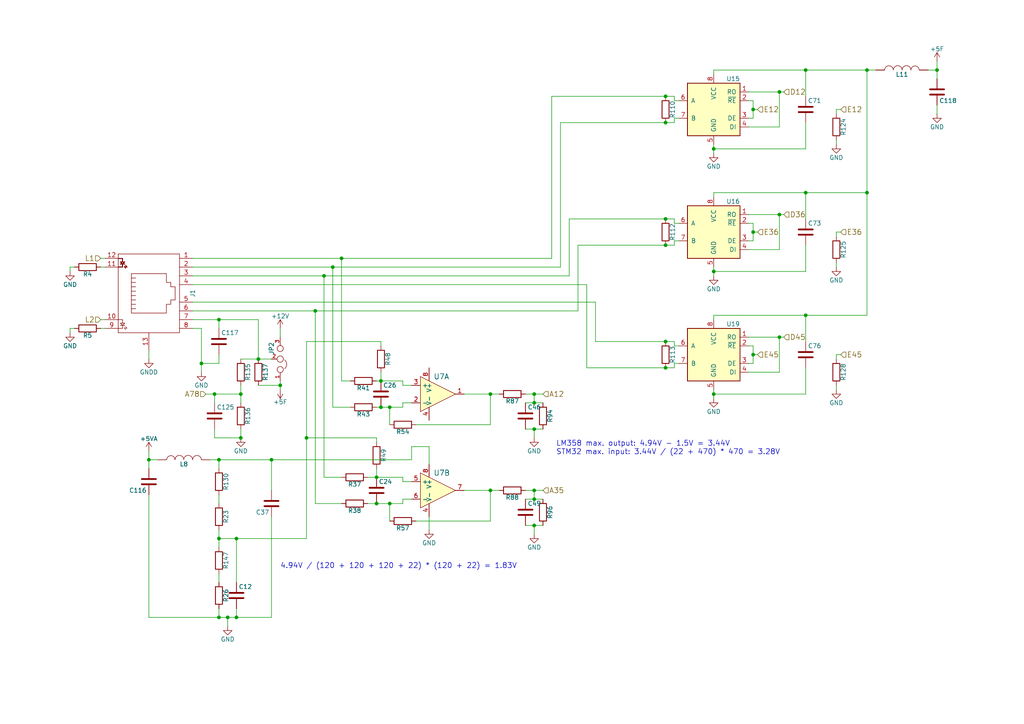
<source format=kicad_sch>
(kicad_sch (version 20211123) (generator eeschema)
  (paper "A4")
  (lib_symbols
    (symbol "stmbl_4.0-rescue:+12V-stmbl" (power) (pin_names (offset 0))
      (property "Value" "+12V-stmbl" (at 0 3.556 0))
      (symbol "+12V-stmbl_0_1"
        (polyline (pts (xy -0.762 1.27) (xy 0 2.54)))
        (polyline (pts (xy 0 0) (xy 0 2.54)))
        (polyline (pts (xy 0 2.54) (xy 0.762 1.27)))
      )
      (symbol "+12V-stmbl_1_1"
        (pin power_in line (at 0 0 90) (length 0) hide (name "+12V") (number "1"))
      )
    )
    (symbol "stmbl_4.0-rescue:+5F-stmbl" (power) (pin_names (offset 0))
      (property "Value" "+5F-stmbl" (at 0 3.556 0))
      (symbol "+5F-stmbl_0_1"
        (polyline (pts (xy -0.762 1.27) (xy 0 2.54)))
        (polyline (pts (xy 0 0) (xy 0 2.54)))
        (polyline (pts (xy 0 2.54) (xy 0.762 1.27)))
      )
      (symbol "+5F-stmbl_1_1"
        (pin power_in line (at 0 0 90) (length 0) hide (name "+5F") (number "1"))
      )
    )
    (symbol "stmbl_4.0-rescue:+5VA-stmbl" (power) (pin_names (offset 0))
      (property "Value" "+5VA-stmbl" (at 0 3.556 0))
      (symbol "+5VA-stmbl_0_1"
        (polyline (pts (xy -0.762 1.27) (xy 0 2.54)))
        (polyline (pts (xy 0 0) (xy 0 2.54)))
        (polyline (pts (xy 0 2.54) (xy 0.762 1.27)))
      )
      (symbol "+5VA-stmbl_1_1"
        (pin power_in line (at 0 0 90) (length 0) hide (name "+5VA") (number "1"))
      )
    )
    (symbol "stmbl_4.0-rescue:C-stmbl" (pin_numbers hide) (pin_names (offset 0.254))
      (property "Reference" "C" (at 0.635 2.54 0))
      (property "Value" "C-stmbl" (at 0.635 -2.54 0))
      (symbol "C-stmbl_0_1"
        (polyline (pts (xy -2.032 -0.762) (xy 2.032 -0.762)) (stroke (width 0.508)))
        (polyline (pts (xy -2.032 0.762) (xy 2.032 0.762)) (stroke (width 0.508)))
      )
      (symbol "C-stmbl_1_1"
        (pin passive line (at 0 3.81 270) (length 2.794) (name "~") (number "1"))
        (pin passive line (at 0 -3.81 90) (length 2.794) (name "~") (number "2"))
      )
    )
    (symbol "stmbl_4.0-rescue:GND-stmbl" (power) (pin_names (offset 0))
      (property "Value" "GND-stmbl" (at 0 -3.81 0))
      (symbol "GND-stmbl_0_1"
        (polyline (pts (xy 0 0) (xy 0 -1.27) (xy 1.27 -1.27) (xy 0 -2.54) (xy -1.27 -1.27) (xy 0 -1.27)))
      )
      (symbol "GND-stmbl_1_1"
        (pin power_in line (at 0 0 270) (length 0) hide (name "GND") (number "1"))
      )
    )
    (symbol "stmbl_4.0-rescue:GNDD-stmbl" (power) (pin_names (offset 0))
      (property "Value" "GNDD-stmbl" (at 0 -3.81 0))
      (symbol "GNDD-stmbl_0_1"
        (polyline (pts (xy 0 0) (xy 0 -1.27) (xy 1.27 -1.27) (xy 0 -2.54) (xy -1.27 -1.27) (xy 0 -1.27)))
      )
      (symbol "GNDD-stmbl_1_1"
        (pin power_in line (at 0 0 270) (length 0) hide (name "GNDD") (number "1"))
      )
    )
    (symbol "stmbl_4.0-rescue:INDUCTOR-stmbl" (pin_numbers hide) (pin_names (offset 1.016) hide)
      (property "Reference" "L" (at -1.27 0 90))
      (property "Value" "INDUCTOR-stmbl" (at 2.54 0 90))
      (symbol "INDUCTOR-stmbl_0_1"
        (arc (start 0.0254 -5.0546) (mid 1.2449 -3.8097) (end 0.0254 -2.54))
        (arc (start 0.0254 -2.5146) (mid 1.2703 -1.2444) (end 0.0254 0.0508))
        (arc (start 0.0254 0.0254) (mid 1.2703 1.2956) (end 0.0254 2.5908))
        (arc (start 0.0254 2.5654) (mid 1.1941 3.7595) (end 0.0254 4.9784))
      )
      (symbol "INDUCTOR-stmbl_1_1"
        (pin passive line (at 0 7.62 270) (length 2.54) (name "1") (number "1"))
        (pin passive line (at 0 -7.62 90) (length 2.54) (name "2") (number "2"))
      )
    )
    (symbol "stmbl_4.0-rescue:JUMPER3_NC-stmbl" (pin_names (offset 0.762) hide)
      (property "Reference" "JP" (at 1.27 -2.54 0))
      (property "Value" "JUMPER3_NC-stmbl" (at 0 2.54 0))
      (symbol "JUMPER3_NC-stmbl_0_1"
        (circle (center -3.048 0) (radius 0.889))
        (arc (start -0.254 1.27) (mid -1.524 1.8804) (end -2.794 1.27))
        (circle (center 0 0) (radius 0.9144))
        (circle (center 3.048 0) (radius 0.889))
        (pin passive line (at -6.35 0 0) (length 2.413) (name "1") (number "1"))
        (pin passive line (at 0 -2.54 90) (length 1.524) (name "2") (number "2"))
        (pin passive line (at 6.35 0 180) (length 2.413) (name "3") (number "3"))
      )
    )
    (symbol "stmbl_4.0-rescue:LM358-stmbl"
      (property "Reference" "U" (at -1.27 5.08 0))
      (property "Value" "LM358-stmbl" (at -1.27 -6.35 0))
      (symbol "LM358-stmbl_0_1"
        (polyline (pts (xy -5.08 5.08) (xy 5.08 0) (xy -5.08 -5.08) (xy -5.08 5.08)) (stroke (width 0.1524)) (fill (type background)))
        (pin power_in line (at -2.54 -7.62 90) (length 3.81) (name "V-") (number "4"))
        (pin power_in line (at -2.54 7.62 270) (length 3.81) (name "V+") (number "8"))
      )
      (symbol "LM358-stmbl_1_1"
        (pin output line (at 7.62 0 180) (length 2.54) (name "~") (number "1"))
        (pin input line (at -7.62 -2.54 0) (length 2.54) (name "-") (number "2"))
        (pin input line (at -7.62 2.54 0) (length 2.54) (name "+") (number "3"))
      )
      (symbol "LM358-stmbl_2_1"
        (pin input line (at -7.62 2.54 0) (length 2.54) (name "+") (number "5"))
        (pin input line (at -7.62 -2.54 0) (length 2.54) (name "-") (number "6"))
        (pin output line (at 7.62 0 180) (length 2.54) (name "~") (number "7"))
      )
    )
    (symbol "stmbl_4.0-rescue:R-stmbl" (pin_numbers hide) (pin_names (offset 0))
      (property "Reference" "R" (at 2.032 0 90))
      (property "Value" "R-stmbl" (at 0 0 90))
      (symbol "R-stmbl_0_1"
        (rectangle (start -1.016 -2.54) (end 1.016 2.54) (stroke (width 0.254)))
      )
      (symbol "R-stmbl_1_1"
        (pin passive line (at 0 3.81 270) (length 1.27) (name "~") (number "1"))
        (pin passive line (at 0 -3.81 90) (length 1.27) (name "~") (number "2"))
      )
    )
    (symbol "stmbl_4.0-rescue:RJ45_LED-stmbl" (pin_names (offset 1.016))
      (property "Reference" "J" (at 0 -12.7 0))
      (property "Value" "RJ45_LED-stmbl" (at 0 10.16 0))
      (symbol "RJ45_LED-stmbl_0_1"
        (rectangle (start -11.43 -8.89) (end 11.43 8.89))
        (polyline (pts (xy 9.271 8.255) (xy 9.271 6.985)))
        (polyline (pts (xy -10.16 8.89) (xy -10.16 7.62) (xy -9.652 7.62)))
        (polyline (pts (xy -10.16 8.89) (xy -10.16 7.62) (xy -9.652 7.62)))
        (polyline (pts (xy -10.16 8.89) (xy -10.16 7.62) (xy -9.652 7.62)))
        (polyline (pts (xy -10.16 8.89) (xy -10.16 7.62) (xy -9.652 7.62)))
        (polyline (pts (xy -10.16 8.89) (xy -10.16 7.62) (xy -9.652 7.62)))
        (polyline (pts (xy -10.16 8.89) (xy -10.16 7.62) (xy -9.652 7.62)))
        (polyline (pts (xy -10.16 8.89) (xy -10.16 7.62) (xy -9.652 7.62)))
        (polyline (pts (xy -10.16 8.89) (xy -10.16 7.62) (xy -9.652 7.62)))
        (polyline (pts (xy -8.128 6.731) (xy -7.62 6.35) (xy -7.747 6.604)))
        (polyline (pts (xy -8.128 6.731) (xy -7.62 6.35) (xy -7.747 6.604)))
        (polyline (pts (xy -8.128 6.731) (xy -7.62 6.35) (xy -7.747 6.604)))
        (polyline (pts (xy -8.128 6.731) (xy -7.62 6.35) (xy -7.747 6.604)))
        (polyline (pts (xy -8.128 6.731) (xy -7.62 6.35) (xy -7.747 6.604)))
        (polyline (pts (xy -8.128 6.731) (xy -7.62 6.35) (xy -7.747 6.604)))
        (polyline (pts (xy -8.128 6.731) (xy -7.62 6.35) (xy -7.747 6.604)))
        (polyline (pts (xy -8.128 6.731) (xy -7.62 6.35) (xy -7.747 6.604)))
        (polyline (pts (xy -8.128 6.731) (xy -7.62 6.35) (xy -7.747 6.604)))
        (polyline (pts (xy -8.128 6.731) (xy -7.62 6.35) (xy -7.747 6.604)))
        (polyline (pts (xy -8.128 6.731) (xy -7.62 6.35) (xy -7.747 6.604)))
        (polyline (pts (xy -8.128 6.731) (xy -7.62 6.35) (xy -7.747 6.604)))
        (polyline (pts (xy -8.128 6.731) (xy -7.62 6.35) (xy -7.747 6.604)))
        (polyline (pts (xy -8.128 6.731) (xy -7.62 6.35) (xy -7.747 6.604)))
        (polyline (pts (xy -8.128 6.731) (xy -7.62 6.35) (xy -7.747 6.604)))
        (polyline (pts (xy -8.128 6.731) (xy -7.62 6.35) (xy -7.747 6.604)))
        (polyline (pts (xy -7.874 7.112) (xy -7.366 6.731) (xy -7.493 6.985)))
        (polyline (pts (xy -7.874 7.112) (xy -7.366 6.731) (xy -7.493 6.985)))
        (polyline (pts (xy -7.874 7.112) (xy -7.366 6.731) (xy -7.493 6.985)))
        (polyline (pts (xy -7.874 7.112) (xy -7.366 6.731) (xy -7.493 6.985)))
        (polyline (pts (xy -7.874 7.112) (xy -7.366 6.731) (xy -7.493 6.985)))
        (polyline (pts (xy -7.874 7.112) (xy -7.366 6.731) (xy -7.493 6.985)))
        (polyline (pts (xy -7.874 7.112) (xy -7.366 6.731) (xy -7.493 6.985)))
        (polyline (pts (xy -7.874 7.112) (xy -7.366 6.731) (xy -7.493 6.985)))
        (polyline (pts (xy -7.874 7.112) (xy -7.366 6.731) (xy -7.493 6.985)))
        (polyline (pts (xy -7.874 7.112) (xy -7.366 6.731) (xy -7.493 6.985)))
        (polyline (pts (xy -7.874 7.112) (xy -7.366 6.731) (xy -7.493 6.985)))
        (polyline (pts (xy -7.874 7.112) (xy -7.366 6.731) (xy -7.493 6.985)))
        (polyline (pts (xy -7.874 7.112) (xy -7.366 6.731) (xy -7.493 6.985)))
        (polyline (pts (xy -7.874 7.112) (xy -7.366 6.731) (xy -7.493 6.985)))
        (polyline (pts (xy -7.874 7.112) (xy -7.366 6.731) (xy -7.493 6.985)))
        (polyline (pts (xy -7.874 7.112) (xy -7.366 6.731) (xy -7.493 6.985)))
        (polyline (pts (xy -7.62 8.89) (xy -7.62 7.62) (xy -8.128 7.62)))
        (polyline (pts (xy -7.62 8.89) (xy -7.62 7.62) (xy -8.128 7.62)))
        (polyline (pts (xy -7.62 8.89) (xy -7.62 7.62) (xy -8.128 7.62)))
        (polyline (pts (xy -7.62 8.89) (xy -7.62 7.62) (xy -8.128 7.62)))
        (polyline (pts (xy -7.62 8.89) (xy -7.62 7.62) (xy -8.128 7.62)))
        (polyline (pts (xy -7.62 8.89) (xy -7.62 7.62) (xy -8.128 7.62)))
        (polyline (pts (xy -7.62 8.89) (xy -7.62 7.62) (xy -8.128 7.62)))
        (polyline (pts (xy -7.62 8.89) (xy -7.62 7.62) (xy -8.128 7.62)))
        (polyline (pts (xy -4.445 3.81) (xy -4.445 5.08) (xy -4.445 5.08)))
        (polyline (pts (xy -3.175 5.08) (xy -3.175 3.81) (xy -3.175 3.81)))
        (polyline (pts (xy -1.905 5.08) (xy -1.905 3.81) (xy -1.905 3.81)))
        (polyline (pts (xy -0.635 5.08) (xy -0.635 3.81) (xy -0.635 3.81)))
        (polyline (pts (xy 0.635 5.08) (xy 0.635 3.81) (xy 0.635 3.81)))
        (polyline (pts (xy 1.905 5.08) (xy 1.905 3.81) (xy 1.905 3.81)))
        (polyline (pts (xy 3.175 3.81) (xy 3.175 5.08) (xy 3.175 5.08)))
        (polyline (pts (xy 4.445 3.81) (xy 4.445 5.08) (xy 4.445 5.08)))
        (polyline (pts (xy 7.62 8.89) (xy 7.62 7.62) (xy 8.636 7.62)))
        (polyline (pts (xy 9.271 7.62) (xy 10.16 7.62) (xy 10.16 8.89)))
        (polyline (pts (xy 9.652 6.731) (xy 10.16 6.35) (xy 10.033 6.604)))
        (polyline (pts (xy 9.906 7.112) (xy 10.414 6.731) (xy 10.287 6.985)))
        (polyline (pts (xy -8.509 8.255) (xy -8.509 6.985) (xy -8.509 7.62) (xy -7.874 7.62)))
        (polyline (pts (xy -8.509 8.255) (xy -8.509 6.985) (xy -8.509 7.62) (xy -7.874 7.62)))
        (polyline (pts (xy -8.509 8.255) (xy -8.509 6.985) (xy -8.509 7.62) (xy -7.874 7.62)))
        (polyline (pts (xy -8.509 8.255) (xy -8.509 6.985) (xy -8.509 7.62) (xy -7.874 7.62)))
        (polyline (pts (xy -8.509 8.255) (xy -8.509 6.985) (xy -8.509 7.62) (xy -7.874 7.62)))
        (polyline (pts (xy -8.509 8.255) (xy -8.509 6.985) (xy -8.509 7.62) (xy -7.874 7.62)))
        (polyline (pts (xy -8.509 8.255) (xy -8.509 6.985) (xy -8.509 7.62) (xy -7.874 7.62)))
        (polyline (pts (xy -8.509 8.255) (xy -8.509 6.985) (xy -8.509 7.62) (xy -7.874 7.62)))
        (polyline (pts (xy 8.636 7.62) (xy 8.636 8.255) (xy 9.271 7.62) (xy 8.636 6.985) (xy 8.636 7.62)))
        (polyline (pts (xy -9.779 7.62) (xy -9.144 7.62) (xy -9.144 8.255) (xy -8.509 7.62) (xy -9.144 6.985) (xy -9.144 7.62)))
        (polyline (pts (xy -9.779 7.62) (xy -9.144 7.62) (xy -9.144 8.255) (xy -8.509 7.62) (xy -9.144 6.985) (xy -9.144 7.62)))
        (polyline (pts (xy -9.779 7.62) (xy -9.144 7.62) (xy -9.144 8.255) (xy -8.509 7.62) (xy -9.144 6.985) (xy -9.144 7.62)))
        (polyline (pts (xy -9.779 7.62) (xy -9.144 7.62) (xy -9.144 8.255) (xy -8.509 7.62) (xy -9.144 6.985) (xy -9.144 7.62)))
        (polyline (pts (xy -9.779 7.62) (xy -9.144 7.62) (xy -9.144 8.255) (xy -8.509 7.62) (xy -9.144 6.985) (xy -9.144 7.62)))
        (polyline (pts (xy -9.779 7.62) (xy -9.144 7.62) (xy -9.144 8.255) (xy -8.509 7.62) (xy -9.144 6.985) (xy -9.144 7.62)))
        (polyline (pts (xy -9.779 7.62) (xy -9.144 7.62) (xy -9.144 8.255) (xy -8.509 7.62) (xy -9.144 6.985) (xy -9.144 7.62)))
        (polyline (pts (xy -9.779 7.62) (xy -9.144 7.62) (xy -9.144 8.255) (xy -8.509 7.62) (xy -9.144 6.985) (xy -9.144 7.62)))
        (polyline (pts (xy -5.715 5.08) (xy 5.715 5.08) (xy 5.715 -5.08) (xy 3.175 -5.08) (xy 3.175 -6.35) (xy 1.905 -6.35) (xy 1.905 -7.62) (xy -1.905 -7.62) (xy -1.905 -6.35) (xy -3.175 -6.35) (xy -3.175 -5.08) (xy -5.715 -5.08) (xy -5.715 5.08) (xy -5.715 5.08)))
      )
      (symbol "RJ45_LED-stmbl_1_1"
        (pin passive line (at -10.16 -12.7 90) (length 3.81) (name "~") (number "1"))
        (pin passive line (at 7.62 12.7 270) (length 3.81) (name "~") (number "10"))
        (pin passive line (at -7.62 12.7 270) (length 3.81) (name "~") (number "11"))
        (pin passive line (at -10.16 12.7 270) (length 3.81) (name "~") (number "12"))
        (pin passive line (at 16.51 0 180) (length 5.08) (name "~") (number "13"))
        (pin passive line (at -7.62 -12.7 90) (length 3.81) (name "~") (number "2"))
        (pin passive line (at -5.08 -12.7 90) (length 3.81) (name "~") (number "3"))
        (pin passive line (at -2.54 -12.7 90) (length 3.81) (name "~") (number "4"))
        (pin passive line (at 2.54 -12.7 90) (length 3.81) (name "~") (number "5"))
        (pin passive line (at 5.08 -12.7 90) (length 3.81) (name "~") (number "6"))
        (pin passive line (at 7.62 -12.7 90) (length 3.81) (name "~") (number "7"))
        (pin passive line (at 10.16 -12.7 90) (length 3.81) (name "~") (number "8"))
        (pin passive line (at 10.16 12.7 270) (length 3.81) (name "~") (number "9"))
      )
    )
    (symbol "stmbl_4.0-rescue:SP3485-stmbl" (pin_names (offset 1.016))
      (property "Reference" "U" (at -7.62 8.89 0))
      (property "Value" "SP3485-stmbl" (at 2.54 8.89 0))
      (property "Footprint" "SO-8" (at 0 0 0))
      (symbol "SP3485-stmbl_0_1"
        (rectangle (start -7.62 7.62) (end 7.62 -7.62) (stroke (width 0.254)) (fill (type background)))
      )
      (symbol "SP3485-stmbl_1_1"
        (pin output line (at -10.16 5.08 0) (length 2.54) (name "RO") (number "1"))
        (pin input line (at -10.16 2.54 0) (length 2.54) (name "~{RE}") (number "2"))
        (pin input line (at -10.16 -2.54 0) (length 2.54) (name "DE") (number "3"))
        (pin input line (at -10.16 -5.08 0) (length 2.54) (name "DI") (number "4"))
        (pin power_in line (at 0 -10.16 90) (length 2.54) (name "GND") (number "5"))
        (pin bidirectional line (at 10.16 2.54 180) (length 2.54) (name "A") (number "6"))
        (pin bidirectional line (at 10.16 -2.54 180) (length 2.54) (name "B") (number "7"))
        (pin power_in line (at 0 10.16 270) (length 2.54) (name "VCC") (number "8"))
      )
    )
  )
  (junction (at 233.68 55.88))
  (junction (at 58.42 105.41))
  (junction (at 154.94 116.84))
  (junction (at 109.22 138.43))
  (junction (at 69.85 114.3))
  (junction (at 43.18 133.35))
  (junction (at 154.94 124.46))
  (junction (at 218.44 67.31))
  (junction (at 154.94 142.24))
  (junction (at 271.78 20.32))
  (junction (at 207.01 43.18))
  (junction (at 81.28 111.76))
  (junction (at 99.06 74.93))
  (junction (at 193.04 27.94))
  (junction (at 226.06 97.79))
  (junction (at 74.93 104.14))
  (junction (at 193.04 71.12))
  (junction (at 154.94 152.4))
  (junction (at 193.04 99.06))
  (junction (at 66.04 179.07))
  (junction (at 207.01 78.74))
  (junction (at 226.06 62.23))
  (junction (at 193.04 63.5))
  (junction (at 218.44 31.75))
  (junction (at 68.58 179.07))
  (junction (at 96.52 77.47))
  (junction (at 110.49 118.11))
  (junction (at 78.74 133.35))
  (junction (at 154.94 144.78))
  (junction (at 251.46 20.32))
  (junction (at 226.06 26.67))
  (junction (at 193.04 35.56))
  (junction (at 113.03 118.11))
  (junction (at 207.01 114.3))
  (junction (at 63.5 156.21))
  (junction (at 233.68 91.44))
  (junction (at 93.98 80.01))
  (junction (at 218.44 102.87))
  (junction (at 110.49 110.49))
  (junction (at 142.24 114.3))
  (junction (at 142.24 142.24))
  (junction (at 91.44 90.17))
  (junction (at 113.03 146.05))
  (junction (at 63.5 92.71))
  (junction (at 88.9 127))
  (junction (at 154.94 114.3))
  (junction (at 109.22 146.05))
  (junction (at 193.04 106.68))
  (junction (at 62.23 114.3))
  (junction (at 63.5 133.35))
  (junction (at 63.5 179.07))
  (junction (at 251.46 55.88))
  (junction (at 68.58 156.21))
  (junction (at 233.68 20.32))
  (junction (at 69.85 127))
  (wire (pts (xy 193.04 63.5) (xy 165.1 63.5)))
  (wire (pts (xy 29.21 95.25) (xy 30.48 95.25)))
  (wire (pts (xy 207.01 55.88) (xy 207.01 57.15)))
  (wire (pts (xy 116.84 118.11) (xy 116.84 116.84)))
  (wire (pts (xy 195.58 34.29) (xy 195.58 35.56)))
  (wire (pts (xy 233.68 43.18) (xy 207.01 43.18)))
  (wire (pts (xy 193.04 35.56) (xy 162.56 35.56)))
  (wire (pts (xy 193.04 99.06) (xy 172.72 99.06)))
  (wire (pts (xy 119.38 144.78) (xy 116.84 144.78)))
  (wire (pts (xy 62.23 124.46) (xy 62.23 127)))
  (wire (pts (xy 218.44 69.85) (xy 217.17 69.85)))
  (wire (pts (xy 21.59 77.47) (xy 20.32 77.47)))
  (wire (pts (xy 226.06 97.79) (xy 227.33 97.79)))
  (wire (pts (xy 271.78 20.32) (xy 269.24 20.32)))
  (wire (pts (xy 196.85 105.41) (xy 195.58 105.41)))
  (wire (pts (xy 110.49 99.06) (xy 88.9 99.06)))
  (wire (pts (xy 96.52 77.47) (xy 96.52 118.11)))
  (wire (pts (xy 165.1 63.5) (xy 165.1 80.01)))
  (wire (pts (xy 226.06 62.23) (xy 226.06 72.39)))
  (wire (pts (xy 63.5 143.51) (xy 63.5 146.05)))
  (wire (pts (xy 63.5 92.71) (xy 74.93 92.71)))
  (wire (pts (xy 43.18 143.51) (xy 43.18 179.07)))
  (wire (pts (xy 251.46 20.32) (xy 251.46 55.88)))
  (wire (pts (xy 134.62 114.3) (xy 142.24 114.3)))
  (wire (pts (xy 119.38 139.7) (xy 116.84 139.7)))
  (wire (pts (xy 109.22 138.43) (xy 116.84 138.43)))
  (wire (pts (xy 116.84 110.49) (xy 116.84 111.76)))
  (wire (pts (xy 196.85 29.21) (xy 195.58 29.21)))
  (wire (pts (xy 74.93 104.14) (xy 78.74 104.14)))
  (wire (pts (xy 251.46 20.32) (xy 254 20.32)))
  (wire (pts (xy 217.17 62.23) (xy 226.06 62.23)))
  (wire (pts (xy 58.42 105.41) (xy 58.42 107.95)))
  (wire (pts (xy 109.22 138.43) (xy 109.22 135.89)))
  (wire (pts (xy 195.58 64.77) (xy 195.58 63.5)))
  (wire (pts (xy 63.5 102.87) (xy 63.5 105.41)))
  (wire (pts (xy 154.94 114.3) (xy 157.48 114.3)))
  (wire (pts (xy 152.4 116.84) (xy 154.94 116.84)))
  (wire (pts (xy 62.23 116.84) (xy 62.23 114.3)))
  (wire (pts (xy 63.5 105.41) (xy 58.42 105.41)))
  (wire (pts (xy 218.44 31.75) (xy 218.44 34.29)))
  (wire (pts (xy 226.06 107.95) (xy 217.17 107.95)))
  (wire (pts (xy 69.85 104.14) (xy 74.93 104.14)))
  (wire (pts (xy 218.44 29.21) (xy 218.44 31.75)))
  (wire (pts (xy 242.57 111.76) (xy 242.57 113.03)))
  (wire (pts (xy 193.04 71.12) (xy 167.64 71.12)))
  (wire (pts (xy 59.69 114.3) (xy 62.23 114.3)))
  (wire (pts (xy 162.56 35.56) (xy 162.56 77.47)))
  (wire (pts (xy 58.42 95.25) (xy 58.42 105.41)))
  (wire (pts (xy 63.5 153.67) (xy 63.5 156.21)))
  (wire (pts (xy 154.94 154.94) (xy 154.94 152.4)))
  (wire (pts (xy 110.49 118.11) (xy 113.03 118.11)))
  (wire (pts (xy 193.04 106.68) (xy 170.18 106.68)))
  (wire (pts (xy 195.58 106.68) (xy 193.04 106.68)))
  (wire (pts (xy 99.06 138.43) (xy 93.98 138.43)))
  (wire (pts (xy 78.74 179.07) (xy 78.74 149.86)))
  (wire (pts (xy 109.22 127) (xy 88.9 127)))
  (wire (pts (xy 207.01 43.18) (xy 207.01 44.45)))
  (wire (pts (xy 243.84 67.31) (xy 242.57 67.31)))
  (wire (pts (xy 113.03 123.19) (xy 113.03 118.11)))
  (wire (pts (xy 20.32 77.47) (xy 20.32 78.74)))
  (wire (pts (xy 207.01 91.44) (xy 207.01 92.71)))
  (wire (pts (xy 152.4 124.46) (xy 154.94 124.46)))
  (wire (pts (xy 142.24 151.13) (xy 120.65 151.13)))
  (wire (pts (xy 217.17 100.33) (xy 218.44 100.33)))
  (wire (pts (xy 93.98 80.01) (xy 55.88 80.01)))
  (wire (pts (xy 196.85 64.77) (xy 195.58 64.77)))
  (wire (pts (xy 226.06 97.79) (xy 226.06 107.95)))
  (wire (pts (xy 193.04 27.94) (xy 160.02 27.94)))
  (wire (pts (xy 69.85 111.76) (xy 69.85 114.3)))
  (wire (pts (xy 233.68 63.5) (xy 233.68 55.88)))
  (wire (pts (xy 99.06 110.49) (xy 101.6 110.49)))
  (wire (pts (xy 68.58 156.21) (xy 68.58 168.91)))
  (wire (pts (xy 116.84 111.76) (xy 119.38 111.76)))
  (wire (pts (xy 233.68 114.3) (xy 207.01 114.3)))
  (wire (pts (xy 271.78 33.02) (xy 271.78 30.48)))
  (wire (pts (xy 29.21 74.93) (xy 30.48 74.93)))
  (wire (pts (xy 63.5 166.37) (xy 63.5 168.91)))
  (wire (pts (xy 93.98 138.43) (xy 93.98 80.01)))
  (wire (pts (xy 251.46 91.44) (xy 233.68 91.44)))
  (wire (pts (xy 233.68 99.06) (xy 233.68 91.44)))
  (wire (pts (xy 110.49 100.33) (xy 110.49 99.06)))
  (wire (pts (xy 63.5 176.53) (xy 63.5 179.07)))
  (wire (pts (xy 271.78 20.32) (xy 271.78 22.86)))
  (wire (pts (xy 207.01 114.3) (xy 207.01 115.57)))
  (wire (pts (xy 195.58 27.94) (xy 193.04 27.94)))
  (wire (pts (xy 226.06 72.39) (xy 217.17 72.39)))
  (wire (pts (xy 113.03 146.05) (xy 116.84 146.05)))
  (wire (pts (xy 233.68 71.12) (xy 233.68 78.74)))
  (wire (pts (xy 154.94 114.3) (xy 154.94 116.84)))
  (wire (pts (xy 167.64 90.17) (xy 167.64 71.12)))
  (wire (pts (xy 217.17 29.21) (xy 218.44 29.21)))
  (wire (pts (xy 271.78 17.78) (xy 271.78 20.32)))
  (wire (pts (xy 154.94 152.4) (xy 157.48 152.4)))
  (wire (pts (xy 106.68 146.05) (xy 109.22 146.05)))
  (wire (pts (xy 196.85 69.85) (xy 195.58 69.85)))
  (wire (pts (xy 109.22 146.05) (xy 113.03 146.05)))
  (wire (pts (xy 20.32 96.52) (xy 20.32 95.25)))
  (wire (pts (xy 30.48 92.71) (xy 29.21 92.71)))
  (wire (pts (xy 160.02 74.93) (xy 160.02 27.94)))
  (wire (pts (xy 91.44 90.17) (xy 167.64 90.17)))
  (wire (pts (xy 217.17 26.67) (xy 226.06 26.67)))
  (wire (pts (xy 66.04 179.07) (xy 68.58 179.07)))
  (wire (pts (xy 154.94 142.24) (xy 154.94 144.78)))
  (wire (pts (xy 142.24 123.19) (xy 142.24 114.3)))
  (wire (pts (xy 162.56 77.47) (xy 96.52 77.47)))
  (wire (pts (xy 226.06 62.23) (xy 227.33 62.23)))
  (wire (pts (xy 116.84 116.84) (xy 119.38 116.84)))
  (wire (pts (xy 251.46 55.88) (xy 251.46 91.44)))
  (wire (pts (xy 120.65 123.19) (xy 142.24 123.19)))
  (wire (pts (xy 154.94 127) (xy 154.94 124.46)))
  (wire (pts (xy 43.18 179.07) (xy 63.5 179.07)))
  (wire (pts (xy 195.58 100.33) (xy 195.58 99.06)))
  (wire (pts (xy 154.94 124.46) (xy 157.48 124.46)))
  (wire (pts (xy 30.48 77.47) (xy 29.21 77.47)))
  (wire (pts (xy 218.44 64.77) (xy 218.44 67.31)))
  (wire (pts (xy 66.04 179.07) (xy 66.04 181.61)))
  (wire (pts (xy 109.22 118.11) (xy 110.49 118.11)))
  (wire (pts (xy 195.58 35.56) (xy 193.04 35.56)))
  (wire (pts (xy 110.49 110.49) (xy 116.84 110.49)))
  (wire (pts (xy 242.57 31.75) (xy 242.57 33.02)))
  (wire (pts (xy 113.03 118.11) (xy 116.84 118.11)))
  (wire (pts (xy 88.9 127) (xy 88.9 156.21)))
  (wire (pts (xy 242.57 102.87) (xy 242.57 104.14)))
  (wire (pts (xy 69.85 124.46) (xy 69.85 127)))
  (wire (pts (xy 207.01 77.47) (xy 207.01 78.74)))
  (wire (pts (xy 62.23 127) (xy 69.85 127)))
  (wire (pts (xy 20.32 95.25) (xy 21.59 95.25)))
  (wire (pts (xy 74.93 111.76) (xy 81.28 111.76)))
  (wire (pts (xy 63.5 179.07) (xy 66.04 179.07)))
  (wire (pts (xy 170.18 106.68) (xy 170.18 82.55)))
  (wire (pts (xy 116.84 139.7) (xy 116.84 138.43)))
  (wire (pts (xy 109.22 128.27) (xy 109.22 127)))
  (wire (pts (xy 154.94 144.78) (xy 157.48 144.78)))
  (wire (pts (xy 218.44 105.41) (xy 217.17 105.41)))
  (wire (pts (xy 165.1 80.01) (xy 93.98 80.01)))
  (wire (pts (xy 196.85 100.33) (xy 195.58 100.33)))
  (wire (pts (xy 195.58 71.12) (xy 193.04 71.12)))
  (wire (pts (xy 152.4 152.4) (xy 154.94 152.4)))
  (wire (pts (xy 243.84 102.87) (xy 242.57 102.87)))
  (wire (pts (xy 242.57 67.31) (xy 242.57 68.58)))
  (wire (pts (xy 195.58 63.5) (xy 193.04 63.5)))
  (wire (pts (xy 124.46 129.54) (xy 124.46 134.62)))
  (wire (pts (xy 96.52 118.11) (xy 101.6 118.11)))
  (wire (pts (xy 217.17 97.79) (xy 226.06 97.79)))
  (wire (pts (xy 226.06 26.67) (xy 226.06 36.83)))
  (wire (pts (xy 74.93 92.71) (xy 74.93 104.14)))
  (wire (pts (xy 242.57 40.64) (xy 242.57 41.91)))
  (wire (pts (xy 119.38 129.54) (xy 124.46 129.54)))
  (wire (pts (xy 233.68 106.68) (xy 233.68 114.3)))
  (wire (pts (xy 63.5 133.35) (xy 63.5 135.89)))
  (wire (pts (xy 218.44 102.87) (xy 218.44 105.41)))
  (wire (pts (xy 55.88 92.71) (xy 63.5 92.71)))
  (wire (pts (xy 218.44 31.75) (xy 219.71 31.75)))
  (wire (pts (xy 233.68 91.44) (xy 207.01 91.44)))
  (wire (pts (xy 81.28 111.76) (xy 81.28 113.03)))
  (wire (pts (xy 134.62 142.24) (xy 142.24 142.24)))
  (wire (pts (xy 88.9 156.21) (xy 68.58 156.21)))
  (wire (pts (xy 195.58 29.21) (xy 195.58 27.94)))
  (wire (pts (xy 242.57 76.2) (xy 242.57 77.47)))
  (wire (pts (xy 207.01 113.03) (xy 207.01 114.3)))
  (wire (pts (xy 207.01 20.32) (xy 233.68 20.32)))
  (wire (pts (xy 195.58 69.85) (xy 195.58 71.12)))
  (wire (pts (xy 81.28 95.25) (xy 81.28 97.79)))
  (wire (pts (xy 152.4 144.78) (xy 154.94 144.78)))
  (wire (pts (xy 195.58 99.06) (xy 193.04 99.06)))
  (wire (pts (xy 106.68 138.43) (xy 109.22 138.43)))
  (wire (pts (xy 207.01 55.88) (xy 233.68 55.88)))
  (wire (pts (xy 152.4 142.24) (xy 154.94 142.24)))
  (wire (pts (xy 116.84 144.78) (xy 116.84 146.05)))
  (wire (pts (xy 195.58 105.41) (xy 195.58 106.68)))
  (wire (pts (xy 88.9 99.06) (xy 88.9 127)))
  (wire (pts (xy 142.24 114.3) (xy 144.78 114.3)))
  (wire (pts (xy 63.5 133.35) (xy 78.74 133.35)))
  (wire (pts (xy 207.01 41.91) (xy 207.01 43.18)))
  (wire (pts (xy 68.58 179.07) (xy 78.74 179.07)))
  (wire (pts (xy 152.4 114.3) (xy 154.94 114.3)))
  (wire (pts (xy 68.58 156.21) (xy 63.5 156.21)))
  (wire (pts (xy 109.22 110.49) (xy 110.49 110.49)))
  (wire (pts (xy 78.74 142.24) (xy 78.74 133.35)))
  (wire (pts (xy 62.23 114.3) (xy 69.85 114.3)))
  (wire (pts (xy 170.18 82.55) (xy 55.88 82.55)))
  (wire (pts (xy 55.88 74.93) (xy 99.06 74.93)))
  (wire (pts (xy 218.44 100.33) (xy 218.44 102.87)))
  (wire (pts (xy 233.68 55.88) (xy 251.46 55.88)))
  (wire (pts (xy 99.06 74.93) (xy 160.02 74.93)))
  (wire (pts (xy 110.49 110.49) (xy 110.49 107.95)))
  (wire (pts (xy 91.44 146.05) (xy 99.06 146.05)))
  (wire (pts (xy 124.46 149.86) (xy 124.46 153.67)))
  (wire (pts (xy 233.68 27.94) (xy 233.68 20.32)))
  (wire (pts (xy 142.24 142.24) (xy 144.78 142.24)))
  (wire (pts (xy 55.88 90.17) (xy 91.44 90.17)))
  (wire (pts (xy 243.84 31.75) (xy 242.57 31.75)))
  (wire (pts (xy 43.18 133.35) (xy 43.18 135.89)))
  (wire (pts (xy 68.58 179.07) (xy 68.58 176.53)))
  (wire (pts (xy 172.72 87.63) (xy 172.72 99.06)))
  (wire (pts (xy 218.44 102.87) (xy 219.71 102.87)))
  (wire (pts (xy 233.68 35.56) (xy 233.68 43.18)))
  (wire (pts (xy 218.44 67.31) (xy 218.44 69.85)))
  (wire (pts (xy 55.88 95.25) (xy 58.42 95.25)))
  (wire (pts (xy 154.94 116.84) (xy 157.48 116.84)))
  (wire (pts (xy 96.52 77.47) (xy 55.88 77.47)))
  (wire (pts (xy 81.28 110.49) (xy 81.28 111.76)))
  (wire (pts (xy 142.24 142.24) (xy 142.24 151.13)))
  (wire (pts (xy 217.17 64.77) (xy 218.44 64.77)))
  (wire (pts (xy 119.38 133.35) (xy 119.38 129.54)))
  (wire (pts (xy 207.01 78.74) (xy 207.01 80.01)))
  (wire (pts (xy 196.85 34.29) (xy 195.58 34.29)))
  (wire (pts (xy 226.06 36.83) (xy 217.17 36.83)))
  (wire (pts (xy 78.74 133.35) (xy 119.38 133.35)))
  (wire (pts (xy 55.88 87.63) (xy 172.72 87.63)))
  (wire (pts (xy 91.44 90.17) (xy 91.44 146.05)))
  (wire (pts (xy 69.85 114.3) (xy 69.85 116.84)))
  (wire (pts (xy 218.44 67.31) (xy 219.71 67.31)))
  (wire (pts (xy 60.96 133.35) (xy 63.5 133.35)))
  (wire (pts (xy 63.5 156.21) (xy 63.5 158.75)))
  (wire (pts (xy 154.94 142.24) (xy 157.48 142.24)))
  (wire (pts (xy 43.18 130.81) (xy 43.18 133.35)))
  (wire (pts (xy 99.06 110.49) (xy 99.06 74.93)))
  (wire (pts (xy 43.18 133.35) (xy 45.72 133.35)))
  (wire (pts (xy 233.68 78.74) (xy 207.01 78.74)))
  (wire (pts (xy 63.5 95.25) (xy 63.5 92.71)))
  (wire (pts (xy 218.44 34.29) (xy 217.17 34.29)))
  (wire (pts (xy 43.18 104.14) (xy 43.18 101.6)))
  (wire (pts (xy 226.06 26.67) (xy 227.33 26.67)))
  (wire (pts (xy 233.68 20.32) (xy 251.46 20.32)))
  (wire (pts (xy 207.01 20.32) (xy 207.01 21.59)))
  (wire (pts (xy 113.03 151.13) (xy 113.03 146.05)))
  (text "4.94V / (120 + 120 + 120 + 22) * (120 + 22) = 1.83V" (at 81.28 165.1 0) (effects (font (size 1.524 1.524)) (justify left bottom)))
  (text "LM358 max. output: 4.94V - 1.5V = 3.44V\nSTM32 max. input: 3.44V / (22 + 470) * 470 = 3.28V" (at 161.29 132.08 0) (effects (font (size 1.524 1.524)) (justify left bottom)))
  (hierarchical_label "E12" (shape input) (at 243.84 31.75 0) (effects (font (size 1.524 1.524))))
  (hierarchical_label "E45" (shape input) (at 219.71 102.87 0) (effects (font (size 1.524 1.524))))
  (hierarchical_label "A35" (shape input) (at 157.48 142.24 0) (effects (font (size 1.524 1.524))))
  (hierarchical_label "E12" (shape input) (at 219.71 31.75 0) (effects (font (size 1.524 1.524))))
  (hierarchical_label "D36" (shape input) (at 227.33 62.23 0) (effects (font (size 1.524 1.524))))
  (hierarchical_label "E36" (shape input) (at 219.71 67.31 0) (effects (font (size 1.524 1.524))))
  (hierarchical_label "E45" (shape input) (at 243.84 102.87 0) (effects (font (size 1.524 1.524))))
  (hierarchical_label "L2" (shape input) (at 29.21 92.71 180) (effects (font (size 1.524 1.524))))
  (hierarchical_label "A12" (shape input) (at 157.48 114.3 0) (effects (font (size 1.524 1.524))))
  (hierarchical_label "A78" (shape input) (at 59.69 114.3 180) (effects (font (size 1.524 1.524))))
  (hierarchical_label "D45" (shape input) (at 227.33 97.79 0) (effects (font (size 1.524 1.524))))
  (hierarchical_label "E36" (shape input) (at 243.84 67.31 0) (effects (font (size 1.524 1.524))))
  (hierarchical_label "D12" (shape input) (at 227.33 26.67 0) (effects (font (size 1.524 1.524))))
  (hierarchical_label "L1" (shape input) (at 29.21 74.93 180) (effects (font (size 1.524 1.524))))
  (symbol (lib_id "stmbl_4.0-rescue:LM358-stmbl") (at 127 114.3 0) (unit 1)
    (property "Reference" "U7" (at 125.73 109.22 0) (effects (font (size 1.524 1.524)) (justify left)))
    (property "Manufacturer No" "LM358AD" (effects hide))
    (property "Manufacturer" "Texas Instruments" (effects hide))
  )
  (symbol (lib_id "stmbl_4.0-rescue:LM358-stmbl") (at 127 142.24 0) (unit 2)
    (property "Reference" "U7" (at 125.73 137.16 0) (effects (font (size 1.524 1.524)) (justify left)))
    (property "Manufacturer No" "LM358AD" (effects hide))
    (property "Manufacturer" "Texas Instruments" (effects hide))
  )
  (symbol (lib_id "stmbl_4.0-rescue:SP3485-stmbl") (at 207.01 31.75 0) (mirror y) (unit 1)
    (property "Reference" "U15" (at 214.63 22.86 0) (effects (justify left)))
    (property "Manufacturer No" "SN65176B" (effects hide))
    (property "Manufacturer" "Texas Instruments" (effects hide))
  )
  (symbol (lib_id "stmbl_4.0-rescue:RJ45_LED-stmbl") (at 43.18 85.09 90) (mirror x) (unit 1)
    (property "Reference" "J1" (at 55.88 85.09 0))
    (property "Manufacturer No" "AJT34L8813-011" (effects hide))
    (property "Source" "https://de.aliexpress.com/item/Free-shipping-50pcs-lot-RJ45-connector-RJ45-socket-with-indicators-Ethernet/539701403.html" (effects hide))
    (property "Manufacturer" "METZ CONNECT" (effects hide))
  )
  (symbol (lib_id "stmbl_4.0-rescue:R-stmbl") (at 193.04 31.75 0) (unit 1)
    (property "Reference" "R110" (at 195.072 31.75 90))
    (property "Tolerance" "1%" (effects hide))
  )
  (symbol (lib_id "stmbl_4.0-rescue:C-stmbl") (at 233.68 31.75 0) (unit 1)
    (property "Reference" "C71" (at 234.315 29.21 0) (effects (justify left)))
    (property "Voltage" "50V" (effects hide))
    (property "Tolerance" "X5R" (effects hide))
  )
  (symbol (lib_id "stmbl_4.0-rescue:GND-stmbl") (at 207.01 44.45 0) (unit 1)
    (property "Reference" "#PWR0125" (effects hide))
  )
  (symbol (lib_id "stmbl_4.0-rescue:SP3485-stmbl") (at 207.01 67.31 0) (mirror y) (unit 1)
    (property "Reference" "U16" (at 214.63 58.42 0) (effects (justify left)))
    (property "Manufacturer No" "SN65176B" (effects hide))
    (property "Manufacturer" "Texas Instruments" (effects hide))
  )
  (symbol (lib_id "stmbl_4.0-rescue:R-stmbl") (at 193.04 67.31 0) (unit 1)
    (property "Reference" "R112" (at 195.072 67.31 90))
    (property "Tolerance" "1%" (effects hide))
  )
  (symbol (lib_id "stmbl_4.0-rescue:C-stmbl") (at 233.68 67.31 0) (unit 1)
    (property "Reference" "C73" (at 234.315 64.77 0) (effects (justify left)))
    (property "Voltage" "50V" (effects hide))
    (property "Tolerance" "X5R" (effects hide))
  )
  (symbol (lib_id "stmbl_4.0-rescue:GND-stmbl") (at 207.01 80.01 0) (unit 1)
    (property "Reference" "#PWR0126" (effects hide))
  )
  (symbol (lib_id "stmbl_4.0-rescue:SP3485-stmbl") (at 207.01 102.87 0) (mirror y) (unit 1)
    (property "Reference" "U19" (at 214.63 93.98 0) (effects (justify left)))
    (property "Manufacturer No" "SN65176B" (effects hide))
    (property "Manufacturer" "Texas Instruments" (effects hide))
  )
  (symbol (lib_id "stmbl_4.0-rescue:R-stmbl") (at 193.04 102.87 0) (unit 1)
    (property "Reference" "R113" (at 195.072 102.87 90))
    (property "Tolerance" "1%" (effects hide))
  )
  (symbol (lib_id "stmbl_4.0-rescue:C-stmbl") (at 233.68 102.87 0) (unit 1)
    (property "Reference" "C76" (at 234.315 100.33 0) (effects (justify left)))
    (property "Voltage" "50V" (effects hide))
    (property "Tolerance" "X5R" (effects hide))
  )
  (symbol (lib_id "stmbl_4.0-rescue:GND-stmbl") (at 207.01 115.57 0) (unit 1)
    (property "Reference" "#PWR0127" (effects hide))
  )
  (symbol (lib_id "stmbl_4.0-rescue:GND-stmbl") (at 20.32 96.52 0) (unit 1)
    (property "Reference" "#PWR0128" (effects hide))
  )
  (symbol (lib_id "stmbl_4.0-rescue:GND-stmbl") (at 20.32 78.74 0) (unit 1)
    (property "Reference" "#PWR0129" (effects hide))
  )
  (symbol (lib_id "stmbl_4.0-rescue:R-stmbl") (at 25.4 77.47 270) (unit 1)
    (property "Reference" "R4" (at 25.4 79.502 90))
    (property "Tolerance" "1%" (effects hide))
  )
  (symbol (lib_id "stmbl_4.0-rescue:R-stmbl") (at 25.4 95.25 270) (unit 1)
    (property "Reference" "R5" (at 25.4 97.282 90))
    (property "Tolerance" "1%" (effects hide))
  )
  (symbol (lib_id "stmbl_4.0-rescue:GND-stmbl") (at 124.46 153.67 0) (unit 1)
    (property "Reference" "#PWR0130" (effects hide))
  )
  (symbol (lib_id "stmbl_4.0-rescue:R-stmbl") (at 105.41 110.49 270) (unit 1)
    (property "Reference" "R41" (at 105.41 112.522 90))
    (property "Tolerance" "1%" (effects hide))
  )
  (symbol (lib_id "stmbl_4.0-rescue:R-stmbl") (at 105.41 118.11 270) (unit 1)
    (property "Reference" "R43" (at 105.41 120.142 90))
    (property "Tolerance" "1%" (effects hide))
  )
  (symbol (lib_id "stmbl_4.0-rescue:R-stmbl") (at 110.49 104.14 0) (unit 1)
    (property "Reference" "R48" (at 112.522 104.14 90))
    (property "Tolerance" "1%" (effects hide))
  )
  (symbol (lib_id "stmbl_4.0-rescue:R-stmbl") (at 116.84 123.19 270) (unit 1)
    (property "Reference" "R54" (at 116.84 125.222 90))
    (property "Tolerance" "1%" (effects hide))
  )
  (symbol (lib_id "stmbl_4.0-rescue:C-stmbl") (at 78.74 146.05 180) (unit 1)
    (property "Reference" "C37" (at 78.105 148.59 0) (effects (justify left)))
    (property "Voltage" "50V" (effects hide))
    (property "Tolerance" "X5R" (effects hide))
  )
  (symbol (lib_id "stmbl_4.0-rescue:C-stmbl") (at 109.22 142.24 0) (unit 1)
    (property "Reference" "C24" (at 109.855 139.7 0) (effects (justify left)))
    (property "Voltage" "50V" (effects hide))
    (property "Tolerance" "X5R" (effects hide))
  )
  (symbol (lib_id "stmbl_4.0-rescue:R-stmbl") (at 148.59 114.3 270) (unit 1)
    (property "Reference" "R87" (at 148.59 116.332 90))
    (property "Tolerance" "1%" (effects hide))
  )
  (symbol (lib_id "stmbl_4.0-rescue:R-stmbl") (at 157.48 120.65 0) (unit 1)
    (property "Reference" "R94" (at 159.512 120.65 90))
    (property "Tolerance" "1%" (effects hide))
  )
  (symbol (lib_id "stmbl_4.0-rescue:C-stmbl") (at 152.4 120.65 0) (unit 1)
    (property "Reference" "C46" (at 153.035 118.11 0) (effects (justify left)))
    (property "Voltage" "50V" (effects hide))
    (property "Tolerance" "X5R" (effects hide))
  )
  (symbol (lib_id "stmbl_4.0-rescue:GND-stmbl") (at 154.94 127 0) (unit 1)
    (property "Reference" "#PWR0131" (effects hide))
  )
  (symbol (lib_id "stmbl_4.0-rescue:R-stmbl") (at 102.87 138.43 270) (unit 1)
    (property "Reference" "R37" (at 102.87 140.462 90))
    (property "Tolerance" "1%" (effects hide))
  )
  (symbol (lib_id "stmbl_4.0-rescue:R-stmbl") (at 102.87 146.05 270) (unit 1)
    (property "Reference" "R38" (at 102.87 148.082 90))
    (property "Tolerance" "1%" (effects hide))
  )
  (symbol (lib_id "stmbl_4.0-rescue:R-stmbl") (at 109.22 132.08 0) (unit 1)
    (property "Reference" "R49" (at 111.252 132.08 90))
    (property "Tolerance" "1%" (effects hide))
  )
  (symbol (lib_id "stmbl_4.0-rescue:R-stmbl") (at 116.84 151.13 270) (unit 1)
    (property "Reference" "R57" (at 116.84 153.162 90))
    (property "Tolerance" "1%" (effects hide))
  )
  (symbol (lib_id "stmbl_4.0-rescue:R-stmbl") (at 148.59 142.24 270) (unit 1)
    (property "Reference" "R88" (at 148.59 144.272 90))
    (property "Tolerance" "1%" (effects hide))
  )
  (symbol (lib_id "stmbl_4.0-rescue:R-stmbl") (at 157.48 148.59 0) (unit 1)
    (property "Reference" "R96" (at 159.512 148.59 90))
    (property "Tolerance" "1%" (effects hide))
  )
  (symbol (lib_id "stmbl_4.0-rescue:C-stmbl") (at 152.4 148.59 0) (unit 1)
    (property "Reference" "C49" (at 153.035 146.05 0) (effects (justify left)))
    (property "Voltage" "50V" (effects hide))
    (property "Tolerance" "X5R" (effects hide))
  )
  (symbol (lib_id "stmbl_4.0-rescue:GND-stmbl") (at 154.94 154.94 0) (unit 1)
    (property "Reference" "#PWR0132" (effects hide))
  )
  (symbol (lib_id "stmbl_4.0-rescue:GND-stmbl") (at 66.04 181.61 0) (unit 1)
    (property "Reference" "#PWR0133" (effects hide))
  )
  (symbol (lib_id "stmbl_4.0-rescue:R-stmbl") (at 63.5 149.86 0) (unit 1)
    (property "Reference" "R23" (at 65.532 149.86 90))
    (property "Tolerance" "1%" (effects hide))
  )
  (symbol (lib_id "stmbl_4.0-rescue:R-stmbl") (at 63.5 172.72 0) (unit 1)
    (property "Reference" "R26" (at 65.532 172.72 90))
    (property "Tolerance" "1%" (effects hide))
  )
  (symbol (lib_id "stmbl_4.0-rescue:C-stmbl") (at 68.58 172.72 0) (unit 1)
    (property "Reference" "C12" (at 69.215 170.18 0) (effects (justify left)))
    (property "Voltage" "50V" (effects hide))
    (property "Tolerance" "X5R" (effects hide))
  )
  (symbol (lib_id "stmbl_4.0-rescue:GND-stmbl") (at 58.42 107.95 0) (unit 1)
    (property "Reference" "#PWR0134" (effects hide))
  )
  (symbol (lib_id "stmbl_4.0-rescue:C-stmbl") (at 110.49 114.3 0) (unit 1)
    (property "Reference" "C26" (at 111.125 111.76 0) (effects (justify left)))
    (property "Voltage" "50V" (effects hide))
    (property "Tolerance" "X5R" (effects hide))
  )
  (symbol (lib_id "stmbl_4.0-rescue:R-stmbl") (at 242.57 36.83 0) (unit 1)
    (property "Reference" "R124" (at 244.602 36.83 90))
    (property "Tolerance" "1%" (effects hide))
  )
  (symbol (lib_id "stmbl_4.0-rescue:GND-stmbl") (at 242.57 41.91 0) (unit 1)
    (property "Reference" "#PWR0115" (effects hide))
  )
  (symbol (lib_id "stmbl_4.0-rescue:R-stmbl") (at 242.57 72.39 0) (unit 1)
    (property "Reference" "R125" (at 244.602 72.39 90))
    (property "Tolerance" "1%" (effects hide))
  )
  (symbol (lib_id "stmbl_4.0-rescue:GND-stmbl") (at 242.57 77.47 0) (unit 1)
    (property "Reference" "#PWR0116" (effects hide))
  )
  (symbol (lib_id "stmbl_4.0-rescue:R-stmbl") (at 242.57 107.95 0) (unit 1)
    (property "Reference" "R128" (at 244.602 107.95 90))
    (property "Tolerance" "1%" (effects hide))
  )
  (symbol (lib_id "stmbl_4.0-rescue:GND-stmbl") (at 242.57 113.03 0) (unit 1)
    (property "Reference" "#PWR0117" (effects hide))
  )
  (symbol (lib_id "stmbl_4.0-rescue:INDUCTOR-stmbl") (at 53.34 133.35 90) (unit 1)
    (property "Reference" "L8" (at 53.34 134.62 90))
    (property "Manufacturer No" "BLM18AG221SN1" (effects hide))
    (property "Source" "https://de.aliexpress.com/item/500-PCS-LOT-patch-magnetic-bead-FB-BLM18AG221SN1-0603-220-r-0-5-A-magnetic-beads/32675343247.html" (effects hide))
    (property "Manufacturer" "Murata" (effects hide))
  )
  (symbol (lib_id "stmbl_4.0-rescue:C-stmbl") (at 43.18 139.7 180) (unit 1)
    (property "Reference" "C116" (at 42.545 142.24 0) (effects (justify left)))
    (property "Voltage" "50V" (effects hide))
    (property "Tolerance" "X5R" (effects hide))
  )
  (symbol (lib_id "stmbl_4.0-rescue:INDUCTOR-stmbl") (at 261.62 20.32 270) (mirror x) (unit 1)
    (property "Reference" "L11" (at 261.62 21.59 90))
    (property "Manufacturer No" "BLM18AG221SN1" (effects hide))
    (property "Source" "https://de.aliexpress.com/item/500-PCS-LOT-patch-magnetic-bead-FB-BLM18AG221SN1-0603-220-r-0-5-A-magnetic-beads/32675343247.html" (effects hide))
    (property "Manufacturer" "Murata" (effects hide))
  )
  (symbol (lib_id "stmbl_4.0-rescue:C-stmbl") (at 271.78 26.67 0) (mirror x) (unit 1)
    (property "Reference" "C118" (at 272.415 29.21 0) (effects (justify left)))
    (property "Voltage" "50V" (effects hide))
    (property "Tolerance" "X5R" (effects hide))
  )
  (symbol (lib_id "stmbl_4.0-rescue:GND-stmbl") (at 271.78 33.02 0) (unit 1)
    (property "Reference" "#PWR0138" (effects hide))
  )
  (symbol (lib_id "stmbl_4.0-rescue:R-stmbl") (at 63.5 139.7 0) (unit 1)
    (property "Reference" "R130" (at 65.532 139.7 90))
    (property "Tolerance" "1%" (effects hide))
  )
  (symbol (lib_id "stmbl_4.0-rescue:C-stmbl") (at 63.5 99.06 0) (unit 1)
    (property "Reference" "C117" (at 64.135 96.52 0) (effects (justify left)))
    (property "Voltage" "50V" (effects hide))
    (property "Tolerance" "X5R" (effects hide))
  )
  (symbol (lib_id "stmbl_4.0-rescue:+12V-stmbl") (at 81.28 95.25 0) (unit 1)
    (property "Reference" "#PWR0120" (effects hide))
  )
  (symbol (lib_id "stmbl_4.0-rescue:+5F-stmbl") (at 81.28 113.03 180) (unit 1)
    (property "Reference" "#PWR0121" (effects hide))
  )
  (symbol (lib_id "stmbl_4.0-rescue:R-stmbl") (at 74.93 107.95 0) (unit 1)
    (property "Reference" "R137" (at 76.962 107.95 90))
    (property "Tolerance" "1%" (effects hide))
  )
  (symbol (lib_id "stmbl_4.0-rescue:R-stmbl") (at 69.85 107.95 0) (unit 1)
    (property "Reference" "R135" (at 71.882 107.95 90))
    (property "Tolerance" "1%" (effects hide))
  )
  (symbol (lib_id "stmbl_4.0-rescue:R-stmbl") (at 69.85 120.65 0) (unit 1)
    (property "Reference" "R136" (at 71.882 120.65 90))
    (property "Tolerance" "1%" (effects hide))
  )
  (symbol (lib_id "stmbl_4.0-rescue:GND-stmbl") (at 69.85 127 0) (unit 1)
    (property "Reference" "#PWR0122" (effects hide))
  )
  (symbol (lib_id "stmbl_4.0-rescue:+5F-stmbl") (at 271.78 17.78 0) (unit 1)
    (property "Reference" "#PWR0119" (effects hide))
  )
  (symbol (lib_id "stmbl_4.0-rescue:C-stmbl") (at 62.23 120.65 0) (unit 1)
    (property "Reference" "C125" (at 62.865 118.11 0) (effects (justify left)))
    (property "Voltage" "50V" (effects hide))
    (property "Tolerance" "X5R" (effects hide))
  )
  (symbol (lib_id "stmbl_4.0-rescue:GNDD-stmbl") (at 43.18 104.14 0) (unit 1)
    (property "Reference" "#PWR0143" (effects hide))
  )
  (symbol (lib_id "stmbl_4.0-rescue:R-stmbl") (at 63.5 162.56 0) (unit 1)
    (property "Reference" "R147" (at 65.532 162.56 90))
    (property "Tolerance" "1%" (effects hide))
  )
  (symbol (lib_id "stmbl_4.0-rescue:+5VA-stmbl") (at 43.18 130.81 0) (unit 1)
    (property "Reference" "#PWR0124" (effects hide))
  )
  (symbol (lib_id "stmbl_4.0-rescue:JUMPER3_NC-stmbl") (at 81.28 104.14 270) (mirror x) (unit 1)
    (property "Reference" "JP2" (at 78.74 102.87 0) (effects (justify left)))
  )
)
</source>
